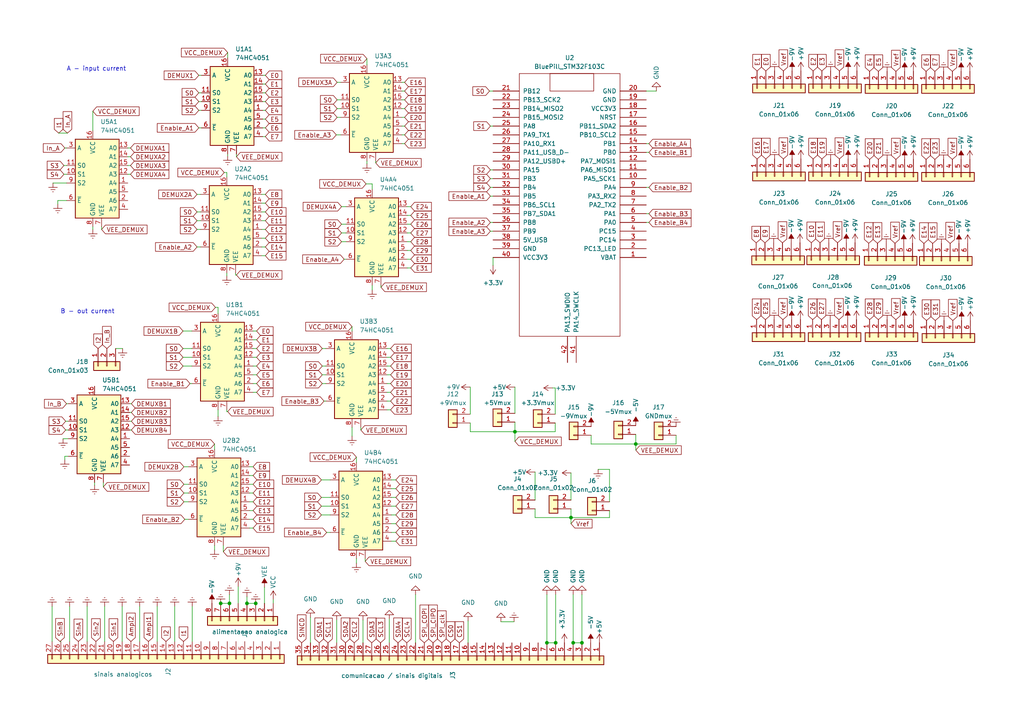
<source format=kicad_sch>
(kicad_sch (version 20230121) (generator eeschema)
  (paper "A4")
  (title_block (title "Barramento V04") (date "2024-02-05") (rev "v04") (company "EITduino") (comment 1 "Autor: Gustavo Pinheiro") (comment 2 "Barramento proposto para uma placa 90x100 mm") (comment 3 "Placa face dupla") (comment 4 "Pinos AGND e DGND") (comment 5 "capacitor 100nF ceramico") (comment 6 "capacitores uF tantalo"))
  (junction (at 66.548 175.006))
  (junction (at 64.008 175.006))
  (junction (at 149.352 125.222))
  (junction (at 74.168 175.006))
  (junction (at 158.623 186.436))
  (junction (at 165.608 150.114))
  (junction (at 166.243 186.436))
  (junction (at 168.783 186.436))
  (junction (at 161.163 186.436))
  (junction (at 184.404 128.778))
  (junction (at 71.628 175.006))
  (wire (pts (xy 119.126 70.104) (xy 118.11 70.104)))
  (wire (pts (xy 93.218 146.812) (xy 95.758 146.812)))
  (wire (pts (xy 74.422 113.792) (xy 73.406 113.792)))
  (wire (pts (xy 64.008 175.006) (xy 66.548 175.006)))
  (wire (pts (xy 114.808 156.972) (xy 113.538 156.972)))
  (wire (pts (xy 26.924 32.258) (xy 26.924 37.846)))
  (wire (pts (xy 142.24 51.816) (xy 143.002 51.816)))
  (wire (pts (xy 114.808 146.812) (xy 113.538 146.812)))
  (wire (pts (xy 15.113 175.895) (xy 15.113 186.055)))
  (wire (pts (xy 165.608 150.114) (xy 176.784 150.114)))
  (wire (pts (xy 102.108 94.742) (xy 102.108 96.012)))
  (wire (pts (xy 99.06 70.104) (xy 100.33 70.104)))
  (wire (pts (xy 68.58 45.466) (xy 68.58 44.704)))
  (wire (pts (xy 63.246 89.154) (xy 62.484 89.154)))
  (wire (pts (xy 74.422 98.552) (xy 73.406 98.552)))
  (wire (pts (xy 97.79 34.036) (xy 98.806 34.036)))
  (wire (pts (xy 19.05 122.174) (xy 19.812 122.174)))
  (wire (pts (xy 103.378 163.322) (xy 103.378 162.052)))
  (wire (pts (xy 57.658 32.004) (xy 58.42 32.004)))
  (wire (pts (xy 105.918 162.814) (xy 105.918 162.052)))
  (wire (pts (xy 145.288 180.34) (xy 149.098 180.34)))
  (wire (pts (xy 76.962 64.008) (xy 75.946 64.008)))
  (wire (pts (xy 74.422 101.092) (xy 73.406 101.092)))
  (wire (pts (xy 165.608 147.574) (xy 165.608 150.114)))
  (wire (pts (xy 53.34 145.542) (xy 54.61 145.542)))
  (wire (pts (xy 73.406 153.162) (xy 72.39 153.162)))
  (wire (pts (xy 18.796 42.926) (xy 19.304 42.926)))
  (wire (pts (xy 119.126 65.024) (xy 118.11 65.024)))
  (wire (pts (xy 149.352 125.222) (xy 149.352 128.016)))
  (wire (pts (xy 113.284 116.332) (xy 112.268 116.332)))
  (wire (pts (xy 38.1 117.094) (xy 37.592 117.094)))
  (wire (pts (xy 106.426 47.498) (xy 106.426 46.736)))
  (wire (pts (xy 57.658 21.844) (xy 58.42 21.844)))
  (wire (pts (xy 69.088 170.18) (xy 69.088 175.006)))
  (wire (pts (xy 25.273 175.895) (xy 25.273 186.055)))
  (wire (pts (xy 158.623 172.466) (xy 158.623 186.436)))
  (wire (pts (xy 114.808 154.432) (xy 113.538 154.432)))
  (wire (pts (xy 149.352 112.268) (xy 149.352 119.888)))
  (wire (pts (xy 26.924 66.548) (xy 26.924 65.786)))
  (wire (pts (xy 119.126 77.724) (xy 118.11 77.724)))
  (wire (pts (xy 113.284 113.792) (xy 112.268 113.792)))
  (wire (pts (xy 155.194 150.114) (xy 165.608 150.114)))
  (wire (pts (xy 57.15 71.628) (xy 58.166 71.628)))
  (wire (pts (xy 119.126 75.184) (xy 118.11 75.184)))
  (wire (pts (xy 97.536 39.116) (xy 98.806 39.116)))
  (wire (pts (xy 76.962 39.624) (xy 76.2 39.624)))
  (wire (pts (xy 99.822 75.184) (xy 100.33 75.184)))
  (wire (pts (xy 16.764 58.166) (xy 19.304 58.166)))
  (wire (pts (xy 97.663 179.832) (xy 97.663 186.436)))
  (wire (pts (xy 188.214 54.356) (xy 187.452 54.356)))
  (wire (pts (xy 93.472 106.172) (xy 94.488 106.172)))
  (wire (pts (xy 113.284 101.092) (xy 112.268 101.092)))
  (wire (pts (xy 161.036 122.682) (xy 161.036 125.222)))
  (wire (pts (xy 74.422 106.172) (xy 73.406 106.172)))
  (wire (pts (xy 17.018 38.608) (xy 19.558 38.608)))
  (wire (pts (xy 119.126 59.944) (xy 118.11 59.944)))
  (wire (pts (xy 136.398 112.268) (xy 136.398 120.142)))
  (wire (pts (xy 136.398 125.222) (xy 149.352 125.222)))
  (wire (pts (xy 72.39 145.542) (xy 73.406 145.542)))
  (wire (pts (xy 161.163 172.466) (xy 161.163 186.436)))
  (wire (pts (xy 107.95 54.864) (xy 107.95 53.34)))
  (wire (pts (xy 66.04 15.24) (xy 66.04 16.764)))
  (wire (pts (xy 71.6263 174.326) (xy 71.628 174.326)))
  (wire (pts (xy 20.193 175.895) (xy 20.193 186.055)))
  (wire (pts (xy 19.05 124.714) (xy 19.812 124.714)))
  (wire (pts (xy 184.404 128.778) (xy 184.404 130.556)))
  (wire (pts (xy 94.742 154.432) (xy 95.758 154.432)))
  (wire (pts (xy 76.962 74.168) (xy 75.946 74.168)))
  (wire (pts (xy 114.808 144.272) (xy 113.538 144.272)))
  (wire (pts (xy 116.586 26.416) (xy 117.348 26.416)))
  (wire (pts (xy 113.284 106.172) (xy 112.268 106.172)))
  (wire (pts (xy 188.214 41.656) (xy 187.452 41.656)))
  (wire (pts (xy 64.77 160.02) (xy 64.77 158.242)))
  (wire (pts (xy 50.673 175.895) (xy 50.673 186.055)))
  (wire (pts (xy 76.962 32.004) (xy 76.2 32.004)))
  (wire (pts (xy 15.367 53.086) (xy 19.304 53.086)))
  (wire (pts (xy 142.24 56.896) (xy 143.002 56.896)))
  (wire (pts (xy 65.786 50.038) (xy 65.024 50.038)))
  (wire (pts (xy 38.1 124.714) (xy 37.592 124.714)))
  (wire (pts (xy 53.34 140.462) (xy 54.61 140.462)))
  (wire (pts (xy 99.06 67.564) (xy 100.33 67.564)))
  (wire (pts (xy 53.086 103.632) (xy 55.626 103.632)))
  (wire (pts (xy 18.796 133.35) (xy 18.796 132.334)))
  (wire (pts (xy 71.6263 173.1146) (xy 71.6263 174.326)))
  (wire (pts (xy 113.284 118.872) (xy 112.268 118.872)))
  (wire (pts (xy 57.658 37.084) (xy 58.42 37.084)))
  (wire (pts (xy 119.126 67.564) (xy 118.11 67.564)))
  (wire (pts (xy 63.246 120.777) (xy 63.246 118.872)))
  (wire (pts (xy 76.962 71.628) (xy 75.946 71.628)))
  (wire (pts (xy 116.586 34.036) (xy 117.348 34.036)))
  (wire (pts (xy 73.406 135.382) (xy 72.39 135.382)))
  (wire (pts (xy 99.06 65.024) (xy 100.33 65.024)))
  (wire (pts (xy 184.404 128.778) (xy 184.404 125.984)))
  (wire (pts (xy 104.648 124.714) (xy 104.648 123.952)))
  (wire (pts (xy 53.594 150.622) (xy 54.61 150.622)))
  (wire (pts (xy 142.24 54.356) (xy 143.002 54.356)))
  (wire (pts (xy 66.548 172.466) (xy 66.548 175.006)))
  (wire (pts (xy 76.962 24.384) (xy 76.2 24.384)))
  (wire (pts (xy 18.288 127.254) (xy 19.812 127.254)))
  (wire (pts (xy 102.108 126.492) (xy 102.108 123.952)))
  (wire (pts (xy 62.23 159.512) (xy 62.23 158.242)))
  (wire (pts (xy 107.95 53.34) (xy 106.172 53.34)))
  (wire (pts (xy 66.04 119.38) (xy 65.786 119.38)))
  (wire (pts (xy 76.962 21.844) (xy 76.2 21.844)))
  (wire (pts (xy 108.966 47.244) (xy 108.966 46.736)))
  (wire (pts (xy 66.04 45.212) (xy 66.04 44.704)))
  (wire (pts (xy 97.79 28.956) (xy 98.806 28.956)))
  (wire (pts (xy 116.586 28.956) (xy 117.348 28.956)))
  (wire (pts (xy 142.24 67.056) (xy 143.002 67.056)))
  (wire (pts (xy 37.846 50.546) (xy 37.084 50.546)))
  (wire (pts (xy 37.846 42.926) (xy 37.084 42.926)))
  (wire (pts (xy 18.542 48.006) (xy 19.304 48.006)))
  (wire (pts (xy 114.808 141.732) (xy 113.538 141.732)))
  (wire (pts (xy 136.398 125.222) (xy 136.398 122.682)))
  (wire (pts (xy 119.126 72.644) (xy 118.11 72.644)))
  (wire (pts (xy 65.786 119.38) (xy 65.786 118.872)))
  (wire (pts (xy 155.194 136.906) (xy 155.194 145.034)))
  (wire (pts (xy 135.763 180.086) (xy 135.763 186.436)))
  (wire (pts (xy 176.784 136.144) (xy 176.784 145.542)))
  (wire (pts (xy 93.472 108.712) (xy 94.488 108.712)))
  (wire (pts (xy 38.1 119.634) (xy 37.592 119.634)))
  (wire (pts (xy 29.972 141.224) (xy 29.972 139.954)))
  (wire (pts (xy 55.753 175.895) (xy 55.753 186.055)))
  (wire (pts (xy 110.49 83.312) (xy 110.49 82.804)))
  (wire (pts (xy 29.464 66.548) (xy 29.464 65.786)))
  (wire (pts (xy 73.406 143.002) (xy 72.39 143.002)))
  (wire (pts (xy 53.086 101.092) (xy 55.626 101.092)))
  (wire (pts (xy 76.7082 170.3229) (xy 76.7082 175.006)))
  (wire (pts (xy 165.608 137.16) (xy 165.608 145.034)))
  (wire (pts (xy 119.126 62.484) (xy 118.11 62.484)))
  (wire (pts (xy 160.274 112.522) (xy 161.036 112.522)))
  (wire (pts (xy 73.406 150.622) (xy 72.39 150.622)))
  (wire (pts (xy 165.608 151.892) (xy 165.608 150.114)))
  (wire (pts (xy 62.23 128.778) (xy 62.23 130.302)))
  (wire (pts (xy 171.45 128.778) (xy 184.404 128.778)))
  (wire (pts (xy 57.658 26.924) (xy 58.42 26.924)))
  (wire (pts (xy 53.086 106.172) (xy 55.626 106.172)))
  (wire (pts (xy 76.962 34.544) (xy 76.2 34.544)))
  (wire (pts (xy 93.218 139.192) (xy 95.758 139.192)))
  (wire (pts (xy 99.06 59.944) (xy 100.33 59.944)))
  (wire (pts (xy 65.786 51.308) (xy 65.786 50.038)))
  (wire (pts (xy 184.404 128.778) (xy 196.088 128.778)))
  (wire (pts (xy 73.406 137.922) (xy 72.39 137.922)))
  (wire (pts (xy 76.7082 175.006) (xy 76.708 175.006)))
  (wire (pts (xy 166.243 186.436) (xy 168.783 186.436)))
  (wire (pts (xy 71.628 174.326) (xy 71.628 175.006)))
  (wire (pts (xy 97.79 31.496) (xy 98.806 31.496)))
  (wire (pts (xy 176.784 148.082) (xy 176.784 150.114)))
  (wire (pts (xy 55.118 111.252) (xy 55.626 111.252)))
  (wire (pts (xy 57.658 29.464) (xy 58.42 29.464)))
  (wire (pts (xy 93.218 144.272) (xy 95.758 144.272)))
  (wire (pts (xy 149.352 125.222) (xy 149.352 122.428)))
  (wire (pts (xy 57.15 64.008) (xy 58.166 64.008)))
  (wire (pts (xy 76.962 26.924) (xy 76.2 26.924)))
  (wire (pts (xy 35.433 175.895) (xy 35.433 186.055)))
  (wire (pts (xy 76.962 58.928) (xy 75.946 58.928)))
  (wire (pts (xy 57.15 56.388) (xy 58.166 56.388)))
  (wire (pts (xy 18.542 50.546) (xy 19.304 50.546)))
  (wire (pts (xy 113.284 111.252) (xy 112.268 111.252)))
  (wire (pts (xy 113.284 108.712) (xy 112.268 108.712)))
  (wire (pts (xy 106.426 17.018) (xy 106.426 18.796)))
  (wire (pts (xy 93.472 101.092) (xy 94.488 101.092)))
  (wire (pts (xy 107.95 84.074) (xy 107.95 82.804)))
  (wire (pts (xy 166.243 172.466) (xy 166.243 186.436)))
  (wire (pts (xy 105.283 179.832) (xy 105.283 186.436)))
  (wire (pts (xy 74.422 111.252) (xy 73.406 111.252)))
  (wire (pts (xy 97.79 23.876) (xy 98.806 23.876)))
  (wire (pts (xy 57.15 66.548) (xy 58.166 66.548)))
  (wire (pts (xy 155.194 147.574) (xy 155.194 150.114)))
  (wire (pts (xy 188.214 64.516) (xy 187.452 64.516)))
  (wire (pts (xy 73.406 148.082) (xy 72.39 148.082)))
  (wire (pts (xy 35.56 101.092) (xy 33.528 101.092)))
  (wire (pts (xy 116.586 23.876) (xy 117.348 23.876)))
  (wire (pts (xy 142.24 49.276) (xy 143.002 49.276)))
  (wire (pts (xy 173.482 136.144) (xy 176.784 136.144)))
  (wire (pts (xy 161.036 112.522) (xy 161.036 120.142)))
  (wire (pts (xy 114.808 151.892) (xy 113.538 151.892)))
  (wire (pts (xy 190.373 26.416) (xy 187.452 26.416)))
  (wire (pts (xy 27.432 140.716) (xy 27.432 139.954)))
  (wire (pts (xy 79.2492 173.899) (xy 79.2492 175.006)))
  (wire (pts (xy 74.422 108.712) (xy 73.406 108.712)))
  (wire (pts (xy 168.783 172.466) (xy 168.783 186.436)))
  (wire (pts (xy 79.248 175.006) (xy 79.2492 175.006)))
  (wire (pts (xy 141.986 26.416) (xy 143.002 26.416)))
  (wire (pts (xy 113.284 103.632) (xy 112.268 103.632)))
  (wire (pts (xy 76.962 69.088) (xy 75.946 69.088)))
  (wire (pts (xy 53.34 143.002) (xy 54.61 143.002)))
  (wire (pts (xy 158.623 186.436) (xy 161.163 186.436)))
  (wire (pts (xy 17.653 186.055) (xy 17.399 186.055)))
  (wire (pts (xy 53.086 96.012) (xy 55.626 96.012)))
  (wire (pts (xy 68.58 79.756) (xy 68.326 79.756)))
  (wire (pts (xy 76.962 66.548) (xy 75.946 66.548)))
  (wire (pts (xy 19.304 117.094) (xy 19.812 117.094)))
  (wire (pts (xy 38.1 122.174) (xy 37.592 122.174)))
  (wire (pts (xy 103.378 132.588) (xy 103.378 134.112)))
  (wire (pts (xy 93.472 111.252) (xy 94.488 111.252)))
  (wire (pts (xy 73.406 140.462) (xy 72.39 140.462)))
  (wire (pts (xy 53.34 135.382) (xy 54.61 135.382)))
  (wire (pts (xy 37.846 48.006) (xy 37.084 48.006)))
  (wire (pts (xy 188.214 61.976) (xy 187.452 61.976)))
  (wire (pts (xy 18.796 132.334) (xy 19.812 132.334)))
  (wire (pts (xy 57.15 61.468) (xy 58.166 61.468)))
  (wire (pts (xy 116.586 36.576) (xy 117.348 36.576)))
  (wire (pts (xy 76.962 29.464) (xy 76.2 29.464)))
  (wire (pts (xy 142.24 36.576) (xy 143.002 36.576)))
  (wire (pts (xy 93.218 149.352) (xy 95.758 149.352)))
  (wire (pts (xy 16.764 59.182) (xy 16.764 58.166)))
  (wire (pts (xy 171.45 128.778) (xy 171.45 126.238)))
  (wire (pts (xy 76.962 56.388) (xy 75.946 56.388)))
  (wire (pts (xy 37.846 45.466) (xy 37.084 45.466)))
  (wire (pts (xy 71.628 175.006) (xy 74.168 175.006)))
  (wire (pts (xy 74.422 96.012) (xy 73.406 96.012)))
  (wire (pts (xy 68.326 79.756) (xy 68.326 79.248)))
  (wire (pts (xy 90.043 179.07) (xy 90.043 186.436)))
  (wire (pts (xy 116.586 41.656) (xy 117.348 41.656)))
  (wire (pts (xy 143.002 76.962) (xy 143.002 74.676)))
  (wire (pts (xy 196.088 126.238) (xy 196.088 128.778)))
  (wire (pts (xy 65.786 79.248) (xy 65.786 80.01)))
  (wire (pts (xy 76.962 61.468) (xy 75.946 61.468)))
  (wire (pts (xy 116.586 39.116) (xy 117.348 39.116)))
  (wire (pts (xy 74.422 103.632) (xy 73.406 103.632)))
  (wire (pts (xy 40.513 175.895) (xy 40.513 186.055)))
  (wire (pts (xy 112.903 179.578) (xy 112.903 186.436)))
  (wire (pts (xy 149.352 125.222) (xy 161.036 125.222)))
  (wire (pts (xy 76.962 37.084) (xy 76.2 37.084)))
  (wire (pts (xy 30.353 175.895) (xy 30.353 186.055)))
  (wire (pts (xy 114.808 139.192) (xy 113.538 139.192)))
  (wire (pts (xy 116.586 31.496) (xy 117.348 31.496)))
  (wire (pts (xy 120.523 172.466) (xy 120.523 186.436)))
  (wire (pts (xy 114.808 149.352) (xy 113.538 149.352)))
  (wire (pts (xy 93.98 116.332) (xy 94.488 116.332)))
  (wire (pts (xy 45.593 175.895) (xy 45.593 186.055)))
  (wire (pts (xy 142.24 64.516) (xy 143.002 64.516)))
  (wire (pts (xy 63.246 90.932) (xy 63.246 89.154)))
  (wire (pts (xy 188.214 44.196) (xy 187.452 44.196)))
  (text "A - input current\n\n" (at 19.304 22.86 0) (effects (font (size 1.27 1.27)) (justify left bottom)))
  (text "B - out current\n\n" (at 17.526 93.218 0) (effects (font (size 1.27 1.27)) (justify left bottom)))
  (global_label "E10" (shape input) (at 76.962 61.468 0) (property "Intersheetrefs" "${INTERSHEET_REFS}" (effects hide)))
  (global_label "S0" (shape input) (at 97.79 28.956 180) (property "Intersheetrefs" "${INTERSHEET_REFS}" (effects hide)))
  (global_label "E8" (shape input) (at 219.329 70.4342 90) (property "Intersheetrefs" "${INTERSHEET_REFS}" (effects hide)))
  (global_label "VEE_DEMUX" (shape input) (at 184.404 130.556 0) (property "Intersheetrefs" "${INTERSHEET_REFS}" (effects hide)))
  (global_label "E16" (shape input) (at 117.348 23.876 0) (property "Intersheetrefs" "${INTERSHEET_REFS}" (effects hide)))
  (global_label "S2" (shape input) (at 57.15 66.548 180) (property "Intersheetrefs" "${INTERSHEET_REFS}" (effects hide)))
  (global_label "E21" (shape input) (at 254.762 46.228 90) (property "Intersheetrefs" "${INTERSHEET_REFS}" (effects hide)))
  (global_label "Vref" (shape input) (at 259.588 70.5612 90) (property "Intersheetrefs" "${INTERSHEET_REFS}" (effects hide)))
  (global_label "S4" (shape input) (at 142.24 54.356 180) (property "Intersheetrefs" "${INTERSHEET_REFS}" (effects hide)))
  (global_label "SPI_clk" (shape input) (at 128.143 186.436 90) (property "Intersheetrefs" "${INTERSHEET_REFS}" (effects hide)))
  (global_label "E11" (shape input) (at 73.406 143.002 0) (property "Intersheetrefs" "${INTERSHEET_REFS}" (effects hide)))
  (global_label "I1" (shape input) (at 53.213 186.055 90) (property "Intersheetrefs" "${INTERSHEET_REFS}" (effects hide)))
  (global_label "E2" (shape input) (at 235.839 20.574 90) (property "Intersheetrefs" "${INTERSHEET_REFS}" (effects hide)))
  (global_label "E20" (shape input) (at 117.348 34.036 0) (property "Intersheetrefs" "${INTERSHEET_REFS}" (effects hide)))
  (global_label "VEE_DEMUX" (shape input) (at 108.966 47.244 0) (property "Intersheetrefs" "${INTERSHEET_REFS}" (effects hide)))
  (global_label "S4" (shape input) (at 18.542 50.546 180) (property "Intersheetrefs" "${INTERSHEET_REFS}" (effects hide)))
  (global_label "DEMUXA3" (shape input) (at 37.846 48.006 0) (property "Intersheetrefs" "${INTERSHEET_REFS}" (effects hide)))
  (global_label "E18" (shape input) (at 113.284 106.172 0) (property "Intersheetrefs" "${INTERSHEET_REFS}" (effects hide)))
  (global_label "Enable_A1" (shape input) (at 57.658 37.084 180) (property "Intersheetrefs" "${INTERSHEET_REFS}" (effects hide)))
  (global_label "S0" (shape input) (at 53.34 140.462 180) (property "Intersheetrefs" "${INTERSHEET_REFS}" (effects hide)))
  (global_label "E15" (shape input) (at 73.406 153.162 0) (property "Intersheetrefs" "${INTERSHEET_REFS}" (effects hide)))
  (global_label "E17" (shape input) (at 117.348 26.416 0) (property "Intersheetrefs" "${INTERSHEET_REFS}" (effects hide)))
  (global_label "SDA3" (shape input) (at 107.823 186.436 90) (property "Intersheetrefs" "${INTERSHEET_REFS}" (effects hide)))
  (global_label "E19" (shape input) (at 113.284 108.712 0) (property "Intersheetrefs" "${INTERSHEET_REFS}" (effects hide)))
  (global_label "DEMUX1B" (shape input) (at 53.086 96.012 180) (property "Intersheetrefs" "${INTERSHEET_REFS}" (effects hide)))
  (global_label "Vref" (shape input) (at 165.608 151.892 0) (property "Intersheetrefs" "${INTERSHEET_REFS}" (effects hide)))
  (global_label "DEMUX4A" (shape input) (at 99.06 59.944 180) (property "Intersheetrefs" "${INTERSHEET_REFS}" (effects hide)))
  (global_label "Vref" (shape input) (at 243.459 20.574 90) (property "Intersheetrefs" "${INTERSHEET_REFS}" (effects hide)))
  (global_label "CS1" (shape input) (at 133.223 186.436 90) (property "Intersheetrefs" "${INTERSHEET_REFS}" (effects hide)))
  (global_label "E31" (shape input) (at 271.272 92.964 90) (property "Intersheetrefs" "${INTERSHEET_REFS}" (effects hide)))
  (global_label "SDA2" (shape input) (at 100.203 186.436 90) (property "Intersheetrefs" "${INTERSHEET_REFS}" (effects hide)))
  (global_label "S1" (shape input) (at 99.06 67.564 180) (property "Intersheetrefs" "${INTERSHEET_REFS}" (effects hide)))
  (global_label "DEMUX4B" (shape input) (at 93.218 139.192 180) (property "Intersheetrefs" "${INTERSHEET_REFS}" (effects hide)))
  (global_label "E27" (shape input) (at 119.126 67.564 0) (property "Intersheetrefs" "${INTERSHEET_REFS}" (effects hide)))
  (global_label "E1" (shape input) (at 219.583 20.574 90) (property "Intersheetrefs" "${INTERSHEET_REFS}" (effects hide)))
  (global_label "E7" (shape input) (at 74.422 113.792 0) (property "Intersheetrefs" "${INTERSHEET_REFS}" (effects hide)))
  (global_label "DEMUXA1" (shape input) (at 37.846 42.926 0) (property "Intersheetrefs" "${INTERSHEET_REFS}" (effects hide)))
  (global_label "E1" (shape input) (at 76.962 24.384 0) (property "Intersheetrefs" "${INTERSHEET_REFS}" (effects hide)))
  (global_label "DEMUXB2" (shape input) (at 38.1 119.634 0) (property "Intersheetrefs" "${INTERSHEET_REFS}" (effects hide)))
  (global_label "Ampl1" (shape input) (at 43.053 186.055 90) (property "Intersheetrefs" "${INTERSHEET_REFS}" (effects hide)))
  (global_label "E9" (shape input) (at 221.869 70.4342 90) (property "Intersheetrefs" "${INTERSHEET_REFS}" (effects hide)))
  (global_label "S1" (shape input) (at 57.658 29.464 180) (property "Intersheetrefs" "${INTERSHEET_REFS}" (effects hide)))
  (global_label "SDA1" (shape input) (at 92.583 186.436 90) (property "Intersheetrefs" "${INTERSHEET_REFS}" (effects hide)))
  (global_label "S1" (shape input) (at 57.15 64.008 180) (property "Intersheetrefs" "${INTERSHEET_REFS}" (effects hide)))
  (global_label "VCC_DEMUX" (shape input) (at 149.352 128.016 0) (property "Intersheetrefs" "${INTERSHEET_REFS}" (effects hide)))
  (global_label "Enable_B2" (shape input) (at 53.594 150.622 180) (property "Intersheetrefs" "${INTERSHEET_REFS}" (effects hide)))
  (global_label "VCC_DEMUX" (shape input) (at 62.484 89.154 180) (property "Intersheetrefs" "${INTERSHEET_REFS}" (effects hide)))
  (global_label "E21" (shape input) (at 117.348 36.576 0) (property "Intersheetrefs" "${INTERSHEET_REFS}" (effects hide)))
  (global_label "S0" (shape input) (at 57.15 61.468 180) (property "Intersheetrefs" "${INTERSHEET_REFS}" (effects hide)))
  (global_label "Vref" (shape input) (at 227.203 46.101 90) (property "Intersheetrefs" "${INTERSHEET_REFS}" (effects hide)))
  (global_label "DEMUXB1" (shape input) (at 38.1 117.094 0) (property "Intersheetrefs" "${INTERSHEET_REFS}" (effects hide)))
  (global_label "S0" (shape input) (at 57.658 26.924 180) (property "Intersheetrefs" "${INTERSHEET_REFS}" (effects hide)))
  (global_label "VCC_DEMUX" (shape input) (at 65.024 50.038 180) (property "Intersheetrefs" "${INTERSHEET_REFS}" (effects hide)))
  (global_label "S2" (shape input) (at 57.658 32.004 180) (property "Intersheetrefs" "${INTERSHEET_REFS}" (effects hide)))
  (global_label "E0" (shape input) (at 76.962 21.844 0) (property "Intersheetrefs" "${INTERSHEET_REFS}" (effects hide)))
  (global_label "S3" (shape input) (at 142.24 51.816 180) (property "Intersheetrefs" "${INTERSHEET_REFS}" (effects hide)))
  (global_label "E2" (shape input) (at 74.422 101.092 0) (property "Intersheetrefs" "${INTERSHEET_REFS}" (effects hide)))
  (global_label "E15" (shape input) (at 76.962 74.168 0) (property "Intersheetrefs" "${INTERSHEET_REFS}" (effects hide)))
  (global_label "VCC_DEMUX" (shape input) (at 103.378 132.588 180) (property "Intersheetrefs" "${INTERSHEET_REFS}" (effects hide)))
  (global_label "E11" (shape input) (at 76.962 64.008 0) (property "Intersheetrefs" "${INTERSHEET_REFS}" (effects hide)))
  (global_label "VCC_DEMUX" (shape input) (at 102.108 94.742 180) (property "Intersheetrefs" "${INTERSHEET_REFS}" (effects hide)))
  (global_label "E13" (shape input) (at 73.406 148.082 0) (property "Intersheetrefs" "${INTERSHEET_REFS}" (effects hide)))
  (global_label "E4" (shape input) (at 76.962 32.004 0) (property "Intersheetrefs" "${INTERSHEET_REFS}" (effects hide)))
  (global_label "DEMUXA2" (shape input) (at 37.846 45.466 0) (property "Intersheetrefs" "${INTERSHEET_REFS}" (effects hide)))
  (global_label "Vref" (shape input) (at 276.225 20.701 90) (property "Intersheetrefs" "${INTERSHEET_REFS}" (effects hide)))
  (global_label "Vref" (shape input) (at 242.9256 70.4088 90) (property "Intersheetrefs" "${INTERSHEET_REFS}" (effects hide)))
  (global_label "E7" (shape input) (at 271.145 20.701 90) (property "Intersheetrefs" "${INTERSHEET_REFS}" (effects hide)))
  (global_label "S0" (shape input) (at 53.086 101.092 180) (property "Intersheetrefs" "${INTERSHEET_REFS}" (effects hide)))
  (global_label "E4" (shape input) (at 252.222 20.701 90) (property "Intersheetrefs" "${INTERSHEET_REFS}" (effects hide)))
  (global_label "E6" (shape input) (at 76.962 37.084 0) (property "Intersheetrefs" "${INTERSHEET_REFS}" (effects hide)))
  (global_label "E25" (shape input) (at 114.808 141.732 0) (property "Intersheetrefs" "${INTERSHEET_REFS}" (effects hide)))
  (global_label "E5" (shape input) (at 74.422 108.712 0) (property "Intersheetrefs" "${INTERSHEET_REFS}" (effects hide)))
  (global_label "E24" (shape input) (at 119.126 59.944 0) (property "Intersheetrefs" "${INTERSHEET_REFS}" (effects hide)))
  (global_label "E5" (shape input) (at 254.762 20.701 90) (property "Intersheetrefs" "${INTERSHEET_REFS}" (effects hide)))
  (global_label "E19" (shape input) (at 238.379 46.101 90) (property "Intersheetrefs" "${INTERSHEET_REFS}" (effects hide)))
  (global_label "E29" (shape input) (at 119.126 72.644 0) (property "Intersheetrefs" "${INTERSHEET_REFS}" (effects hide)))
  (global_label "Ampl2" (shape input) (at 37.973 186.055 90) (property "Intersheetrefs" "${INTERSHEET_REFS}" (effects hide)))
  (global_label "In_A" (shape input) (at 18.796 42.926 180) (property "Intersheetrefs" "${INTERSHEET_REFS}" (effects hide)))
  (global_label "Enable_A4" (shape input) (at 188.214 41.656 0) (property "Intersheetrefs" "${INTERSHEET_REFS}" (effects hide)))
  (global_label "Vref" (shape input) (at 275.59 70.612 90) (property "Intersheetrefs" "${INTERSHEET_REFS}" (effects hide)))
  (global_label "S1" (shape input) (at 53.34 143.002 180) (property "Intersheetrefs" "${INTERSHEET_REFS}" (effects hide)))
  (global_label "VEE_DEMUX" (shape input) (at 68.58 45.466 0) (property "Intersheetrefs" "${INTERSHEET_REFS}" (effects hide)))
  (global_label "E21" (shape input) (at 113.284 113.792 0) (property "Intersheetrefs" "${INTERSHEET_REFS}" (effects hide)))
  (global_label "E17" (shape input) (at 222.123 46.101 90) (property "Intersheetrefs" "${INTERSHEET_REFS}" (effects hide)))
  (global_label "S2" (shape input) (at 99.06 70.104 180) (property "Intersheetrefs" "${INTERSHEET_REFS}" (effects hide)))
  (global_label "E22" (shape input) (at 268.605 46.228 90) (property "Intersheetrefs" "${INTERSHEET_REFS}" (effects hide)))
  (global_label "DEMUXA4" (shape input) (at 37.846 50.546 0) (property "Intersheetrefs" "${INTERSHEET_REFS}" (effects hide)))
  (global_label "Enable_A3" (shape input) (at 142.24 67.056 180) (property "Intersheetrefs" "${INTERSHEET_REFS}" (effects hide)))
  (global_label "VCC_DEMUX" (shape input) (at 66.04 15.24 180) (property "Intersheetrefs" "${INTERSHEET_REFS}" (effects hide)))
  (global_label "E25" (shape input) (at 221.996 92.71 90) (property "Intersheetrefs" "${INTERSHEET_REFS}" (effects hide)))
  (global_label "E17" (shape input) (at 113.284 103.632 0) (property "Intersheetrefs" "${INTERSHEET_REFS}" (effects hide)))
  (global_label "E29" (shape input) (at 254.762 92.71 90) (property "Intersheetrefs" "${INTERSHEET_REFS}" (effects hide)))
  (global_label "S1" (shape input) (at 93.218 146.812 180) (property "Intersheetrefs" "${INTERSHEET_REFS}" (effects hide)))
  (global_label "E3" (shape input) (at 238.379 20.574 90) (property "Intersheetrefs" "${INTERSHEET_REFS}" (effects hide)))
  (global_label "Enable_A2" (shape input) (at 142.24 64.516 180) (property "Intersheetrefs" "${INTERSHEET_REFS}" (effects hide)))
  (global_label "E14" (shape input) (at 73.406 150.622 0) (property "Intersheetrefs" "${INTERSHEET_REFS}" (effects hide)))
  (global_label "Vref" (shape input) (at 227.203 20.574 90) (property "Intersheetrefs" "${INTERSHEET_REFS}" (effects hide)))
  (global_label "E27" (shape input) (at 114.808 146.812 0) (property "Intersheetrefs" "${INTERSHEET_REFS}" (effects hide)))
  (global_label "SCL2" (shape input) (at 102.743 186.436 90) (property "Intersheetrefs" "${INTERSHEET_REFS}" (effects hide)))
  (global_label "E26" (shape input) (at 114.808 144.272 0) (property "Intersheetrefs" "${INTERSHEET_REFS}" (effects hide)))
  (global_label "E7" (shape input) (at 76.962 39.624 0) (property "Intersheetrefs" "${INTERSHEET_REFS}" (effects hide)))
  (global_label "E14" (shape input) (at 267.97 70.612 90) (property "Intersheetrefs" "${INTERSHEET_REFS}" (effects hide)))
  (global_label "SCL3" (shape input) (at 110.363 186.436 90) (property "Intersheetrefs" "${INTERSHEET_REFS}" (effects hide)))
  (global_label "E18" (shape input) (at 117.348 28.956 0) (property "Intersheetrefs" "${INTERSHEET_REFS}" (effects hide)))
  (global_label "E24" (shape input) (at 219.456 92.71 90) (property "Intersheetrefs" "${INTERSHEET_REFS}" (effects hide)))
  (global_label "Sin2" (shape input) (at 27.813 186.055 90) (property "Intersheetrefs" "${INTERSHEET_REFS}" (effects hide)))
  (global_label "S1" (shape input) (at 97.79 31.496 180) (property "Intersheetrefs" "${INTERSHEET_REFS}" (effects hide)))
  (global_label "VEE_DEMUX" (shape input) (at 64.77 160.02 0) (property "Intersheetrefs" "${INTERSHEET_REFS}" (effects hide)))
  (global_label "Vref" (shape input) (at 259.842 20.701 90) (property "Intersheetrefs" "${INTERSHEET_REFS}" (effects hide)))
  (global_label "DEMUXB3" (shape input) (at 38.1 122.174 0) (property "Intersheetrefs" "${INTERSHEET_REFS}" (effects hide)))
  (global_label "E10" (shape input) (at 235.3056 70.4088 90) (property "Intersheetrefs" "${INTERSHEET_REFS}" (effects hide)))
  (global_label "E2" (shape input) (at 76.962 26.924 0) (property "Intersheetrefs" "${INTERSHEET_REFS}" (effects hide)))
  (global_label "S0" (shape input) (at 99.06 65.024 180) (property "Intersheetrefs" "${INTERSHEET_REFS}" (effects hide)))
  (global_label "E23" (shape input) (at 113.284 118.872 0) (property "Intersheetrefs" "${INTERSHEET_REFS}" (effects hide)))
  (global_label "DEMUX1" (shape input) (at 57.658 21.844 180) (property "Intersheetrefs" "${INTERSHEET_REFS}" (effects hide)))
  (global_label "SCL4" (shape input) (at 117.983 186.436 90) (property "Intersheetrefs" "${INTERSHEET_REFS}" (effects hide)))
  (global_label "Vref" (shape input) (at 227.076 92.71 90) (property "Intersheetrefs" "${INTERSHEET_REFS}" (effects hide)))
  (global_label "E12" (shape input) (at 251.968 70.5612 90) (property "Intersheetrefs" "${INTERSHEET_REFS}" (effects hide)))
  (global_label "E16" (shape input) (at 113.284 101.092 0) (property "Intersheetrefs" "${INTERSHEET_REFS}" (effects hide)))
  (global_label "E24" (shape input) (at 114.808 139.192 0) (property "Intersheetrefs" "${INTERSHEET_REFS}" (effects hide)))
  (global_label "SPI_CIPO" (shape input) (at 125.603 186.436 90) (property "Intersheetrefs" "${INTERSHEET_REFS}" (effects hide)))
  (global_label "DEMUX2B" (shape input) (at 53.34 135.382 180) (property "Intersheetrefs" "${INTERSHEET_REFS}" (effects hide)))
  (global_label "E20" (shape input) (at 252.222 46.228 90) (property "Intersheetrefs" "${INTERSHEET_REFS}" (effects hide)))
  (global_label "Vref" (shape input) (at 276.352 92.964 90) (property "Intersheetrefs" "${INTERSHEET_REFS}" (effects hide)))
  (global_label "VEE_DEMUX" (shape input) (at 110.49 83.312 0) (property "Intersheetrefs" "${INTERSHEET_REFS}" (effects hide)))
  (global_label "E12" (shape input) (at 73.406 145.542 0) (property "Intersheetrefs" "${INTERSHEET_REFS}" (effects hide)))
  (global_label "SinA" (shape input) (at 22.733 186.055 90) (property "Intersheetrefs" "${INTERSHEET_REFS}" (effects hide)))
  (global_label "Enable_A2" (shape input) (at 57.15 71.628 180) (property "Intersheetrefs" "${INTERSHEET_REFS}" (effects hide)))
  (global_label "E28" (shape input) (at 119.126 70.104 0) (property "Intersheetrefs" "${INTERSHEET_REFS}" (effects hide)))
  (global_label "VEE_DEMUX" (shape input) (at 68.58 79.756 0) (property "Intersheetrefs" "${INTERSHEET_REFS}" (effects hide)))
  (global_label "SINCD" (shape input) (at 87.503 186.436 90) (property "Intersheetrefs" "${INTERSHEET_REFS}" (effects hide)))
  (global_label "E30" (shape input) (at 114.808 154.432 0) (property "Intersheetrefs" "${INTERSHEET_REFS}" (effects hide)))
  (global_label "E0" (shape input) (at 222.123 20.574 90) (property "Intersheetrefs" "${INTERSHEET_REFS}" (effects hide)))
  (global_label "E22" (shape input) (at 113.284 116.332 0) (property "Intersheetrefs" "${INTERSHEET_REFS}" (effects hide)))
  (global_label "E15" (shape input) (at 270.51 70.612 90) (property "Intersheetrefs" "${INTERSHEET_REFS}" (effects hide)))
  (global_label "I2" (shape input) (at 28.448 101.092 90) (property "Intersheetrefs" "${INTERSHEET_REFS}" (effects hide)))
  (global_label "S0" (shape input) (at 93.218 144.272 180) (property "Intersheetrefs" "${INTERSHEET_REFS}" (effects hide)))
  (global_label "Enable_A1" (shape input) (at 142.24 56.896 180) (property "Intersheetrefs" "${INTERSHEET_REFS}" (effects hide)))
  (global_label "S3" (shape input) (at 18.542 48.006 180) (property "Intersheetrefs" "${INTERSHEET_REFS}" (effects hide)))
  (global_label "E22" (shape input) (at 117.348 39.116 0) (property "Intersheetrefs" "${INTERSHEET_REFS}" (effects hide)))
  (global_label "In_B" (shape input) (at 19.304 117.094 180) (property "Intersheetrefs" "${INTERSHEET_REFS}" (effects hide)))
  (global_label "Enable_B2" (shape input) (at 188.214 54.356 0) (property "Intersheetrefs" "${INTERSHEET_REFS}" (effects hide)))
  (global_label "DEMUX3A" (shape input) (at 97.79 23.876 180) (property "Intersheetrefs" "${INTERSHEET_REFS}" (effects hide)))
  (global_label "S4" (shape input) (at 19.05 124.714 180) (property "Intersheetrefs" "${INTERSHEET_REFS}" (effects hide)))
  (global_label "VCC_DEMUX" (shape input) (at 26.924 32.258 0) (property "Intersheetrefs" "${INTERSHEET_REFS}" (effects hide)))
  (global_label "I2" (shape input) (at 48.133 186.055 90) (property "Intersheetrefs" "${INTERSHEET_REFS}" (effects hide)))
  (global_label "Vref" (shape input) (at 259.842 92.71 90) (property "Intersheetrefs" "${INTERSHEET_REFS}" (effects hide)))
  (global_label "DEMUXB4" (shape input) (at 38.1 124.714 0) (property "Intersheetrefs" "${INTERSHEET_REFS}" (effects hide)))
  (global_label "E26" (shape input) (at 119.126 65.024 0) (property "Intersheetrefs" "${INTERSHEET_REFS}" (effects hide)))
  (global_label "E6" (shape input) (at 74.422 111.252 0) (property "Intersheetrefs" "${INTERSHEET_REFS}" (effects hide)))
  (global_label "VCC_DEMUX" (shape input) (at 106.426 17.018 180) (property "Intersheetrefs" "${INTERSHEET_REFS}" (effects hide)))
  (global_label "S0" (shape input) (at 93.472 106.172 180) (property "Intersheetrefs" "${INTERSHEET_REFS}" (effects hide)))
  (global_label "E19" (shape input) (at 117.348 31.496 0) (property "Intersheetrefs" "${INTERSHEET_REFS}" (effects hide)))
  (global_label "Enable_B3" (shape input) (at 188.214 61.976 0) (property "Intersheetrefs" "${INTERSHEET_REFS}" (effects hide)))
  (global_label "S2" (shape input) (at 93.218 149.352 180) (property "Intersheetrefs" "${INTERSHEET_REFS}" (effects hide)))
  (global_label "Vref" (shape input) (at 226.949 70.4342 90) (property "Intersheetrefs" "${INTERSHEET_REFS}" (effects hide)))
  (global_label "VEE_DEMUX" (shape input) (at 66.04 119.38 0) (property "Intersheetrefs" "${INTERSHEET_REFS}" (effects hide)))
  (global_label "Enable_B3" (shape input) (at 93.98 116.332 180) (property "Intersheetrefs" "${INTERSHEET_REFS}" (effects hide)))
  (global_label "S3" (shape input) (at 19.05 122.174 180) (property "Intersheetrefs" "${INTERSHEET_REFS}" (effects hide)))
  (global_label "E16" (shape input) (at 219.583 46.101 90) (property "Intersheetrefs" "${INTERSHEET_REFS}" (effects hide)))
  (global_label "Enable_A4" (shape input) (at 99.822 75.184 180) (property "Intersheetrefs" "${INTERSHEET_REFS}" (effects hide)))
  (global_label "CS0" (shape input) (at 130.683 186.436 90) (property "Intersheetrefs" "${INTERSHEET_REFS}" (effects hide)))
  (global_label "S1" (shape input) (at 142.24 36.576 180) (property "Intersheetrefs" "${INTERSHEET_REFS}" (effects hide)))
  (global_label "E14" (shape input) (at 76.962 71.628 0) (property "Intersheetrefs" "${INTERSHEET_REFS}" (effects hide)))
  (global_label "VCC_DEMUX" (shape input) (at 106.172 53.34 180) (property "Intersheetrefs" "${INTERSHEET_REFS}" (effects hide)))
  (global_label "E28" (shape input) (at 252.222 92.71 90) (property "Intersheetrefs" "${INTERSHEET_REFS}" (effects hide)))
  (global_label "In_A" (shape input) (at 19.558 38.608 90) (property "Intersheetrefs" "${INTERSHEET_REFS}" (effects hide)))
  (global_label "In_B" (shape input) (at 30.988 101.092 90) (property "Intersheetrefs" "${INTERSHEET_REFS}" (effects hide)))
  (global_label "I1" (shape input) (at 17.018 38.608 90) (property "Intersheetrefs" "${INTERSHEET_REFS}" (effects hide)))
  (global_label "VCC_DEMUX" (shape input) (at 62.23 128.778 180) (property "Intersheetrefs" "${INTERSHEET_REFS}" (effects hide)))
  (global_label "SinB" (shape input) (at 17.399 186.055 90) (property "Intersheetrefs" "${INTERSHEET_REFS}" (effects hide)))
  (global_label "VEE_DEMUX" (shape input) (at 29.464 66.548 0) (property "Intersheetrefs" "${INTERSHEET_REFS}" (effects hide)))
  (global_label "S2" (shape input) (at 53.086 106.172 180) (property "Intersheetrefs" "${INTERSHEET_REFS}" (effects hide)))
  (global_label "E25" (shape input) (at 119.126 62.484 0) (property "Intersheetrefs" "${INTERSHEET_REFS}" (effects hide)))
  (global_label "Sin1" (shape input) (at 32.893 186.055 90) (property "Intersheetrefs" "${INTERSHEET_REFS}" (effects hide)))
  (global_label "Enable_B1" (shape input) (at 55.118 111.252 180) (property "Intersheetrefs" "${INTERSHEET_REFS}" (effects hide)))
  (global_label "E9" (shape input) (at 76.962 58.928 0) (property "Intersheetrefs" "${INTERSHEET_REFS}" (effects hide)))
  (global_label "DEMUX3B" (shape input) (at 93.472 101.092 180) (property "Intersheetrefs" "${INTERSHEET_REFS}" (effects hide)))
  (global_label "Enable_B1" (shape input) (at 188.214 44.196 0) (property "Intersheetrefs" "${INTERSHEET_REFS}" (effects hide)))
  (global_label "E13" (shape input) (at 76.962 69.088 0) (property "Intersheetrefs" "${INTERSHEET_REFS}" (effects hide)))
  (global_label "E12" (shape input) (at 76.962 66.548 0) (property "Intersheetrefs" "${INTERSHEET_REFS}" (effects hide)))
  (global_label "SCL1" (shape input) (at 95.123 186.436 90) (property "Intersheetrefs" "${INTERSHEET_REFS}" (effects hide)))
  (global_label "Vref" (shape input) (at 276.225 46.228 90) (property "Intersheetrefs" "${INTERSHEET_REFS}" (effects hide)))
  (global_label "S2" (shape input) (at 142.24 49.276 180) (property "Intersheetrefs" "${INTERSHEET_REFS}" (effects hide)))
  (global_label "VEE_DEMUX" (shape input) (at 104.648 124.714 0) (property "Intersheetrefs" "${INTERSHEET_REFS}" (effects hide)))
  (global_label "E26" (shape input) (at 235.712 92.71 90) (property "Intersheetrefs" "${INTERSHEET_REFS}" (effects hide)))
  (global_label "E3" (shape input) (at 76.962 29.464 0) (property "Intersheetrefs" "${INTERSHEET_REFS}" (effects hide)))
  (global_label "Enable_B4" (shape input) (at 188.214 64.516 0) (property "Intersheetrefs" "${INTERSHEET_REFS}" (effects hide)))
  (global_label "DEMUX2A" (shape input) (at 57.15 56.388 180) (property "Intersheetrefs" "${INTERSHEET_REFS}" (effects hide)))
  (global_label "S1" (shape input) (at 53.086 103.632 180) (property "Intersheetrefs" "${INTERSHEET_REFS}" (effects hide)))
  (global_label "E5" (shape input) (at 76.962 34.544 0) (property "Intersheetrefs" "${INTERSHEET_REFS}" (effects hide)))
  (global_label "Enable_B4" (shape input) (at 94.742 154.432 180) (property "Intersheetrefs" "${INTERSHEET_REFS}" (effects hide)))
  (global_label "E3" (shape input) (at 74.422 103.632 0) (property "Intersheetrefs" "${INTERSHEET_REFS}" (effects hide)))
  (global_label "Enable_A3" (shape input) (at 97.536 39.116 180) (property "Intersheetrefs" "${INTERSHEET_REFS}" (effects hide)))
  (global_label "VEE_DEMUX" (shape input) (at 105.918 162.814 0) (property "Intersheetrefs" "${INTERSHEET_REFS}" (effects hide)))
  (global_label "E10" (shape input) (at 73.406 140.462 0) (property "Intersheetrefs" "${INTERSHEET_REFS}" (effects hide)))
  (global_label "SPI_COPI" (shape input) (at 123.063 186.436 90) (property "Intersheetrefs" "${INTERSHEET_REFS}" (effects hide)))
  (global_label "E13" (shape input) (at 254.508 70.5612 90) (property "Intersheetrefs" "${INTERSHEET_REFS}" (effects hide)))
  (global_label "E27" (shape input) (at 238.252 92.71 90) (property "Intersheetrefs" "${INTERSHEET_REFS}" (effects hide)))
  (global_label "E8" (shape input) (at 76.962 56.388 0) (property "Intersheetrefs" "${INTERSHEET_REFS}" (effects hide)))
  (global_label "E23" (shape input) (at 117.348 41.656 0) (property "Intersheetrefs" "${INTERSHEET_REFS}" (effects hide)))
  (global_label "VEE_DEMUX" (shape input) (at 29.972 141.224 0) (property "Intersheetrefs" "${INTERSHEET_REFS}" (effects hide)))
  (global_label "SDA4" (shape input) (at 115.443 186.436 90) (property "Intersheetrefs" "${INTERSHEET_REFS}" (effects hide)))
  (global_label "E29" (shape input) (at 114.808 151.892 0) (property "Intersheetrefs" "${INTERSHEET_REFS}" (effects hide)))
  (global_label "E4" (shape input) (at 74.422 106.172 0) (property "Intersheetrefs" "${INTERSHEET_REFS}" (effects hide)))
  (global_label "S0" (shape input) (at 141.986 26.416 180) (property "Intersheetrefs" "${INTERSHEET_REFS}" (effects hide)))
  (global_label "E30" (shape input) (at 119.126 75.184 0) (property "Intersheetrefs" "${INTERSHEET_REFS}" (effects hide)))
  (global_label "Vref" (shape input) (at 243.332 92.71 90) (property "Intersheetrefs" "${INTERSHEET_REFS}" (effects hide)))
  (global_label "E31" (shape input) (at 119.126 77.724 0) (property "Intersheetrefs" "${INTERSHEET_REFS}" (effects hide)))
  (global_label "S1" (shape input) (at 93.472 108.712 180) (property "Intersheetrefs" "${INTERSHEET_REFS}" (effects hide)))
  (global_label "E6" (shape input) (at 268.605 20.701 90) (property "Intersheetrefs" "${INTERSHEET_REFS}" (effects hide)))
  (global_label "E28" (shape input) (at 114.808 149.352 0) (property "Intersheetrefs" "${INTERSHEET_REFS}" (effects hide)))
  (global_label "E20" (shape input) (at 113.284 111.252 0) (property "Intersheetrefs" "${INTERSHEET_REFS}" (effects hide)))
  (global_label "S2" (shape input) (at 97.79 34.036 180) (property "Intersheetrefs" "${INTERSHEET_REFS}" (effects hide)))
  (global_label "E8" (shape input) (at 73.406 135.382 0) (property "Intersheetrefs" "${INTERSHEET_REFS}" (effects hide)))
  (global_label "Vref" (shape input) (at 259.842 46.228 90) (property "Intersheetrefs" "${INTERSHEET_REFS}" (effects hide)))
  (global_label "S2" (shape input) (at 93.472 111.252 180) (property "Intersheetrefs" "${INTERSHEET_REFS}" (effects hide)))
  (global_label "Vref" (shape input) (at 243.459 46.101 90) (property "Intersheetrefs" "${INTERSHEET_REFS}" (effects hide)))
  (global_label "E9" (shape input) (at 73.406 137.922 0) (property "Intersheetrefs" "${INTERSHEET_REFS}" (effects hide)))
  (global_label "E18" (shape input) (at 235.839 46.101 90) (property "Intersheetrefs" "${INTERSHEET_REFS}" (effects hide)))
  (global_label "E1" (shape input) (at 74.422 98.552 0) (property "Intersheetrefs" "${INTERSHEET_REFS}" (effects hide)))
  (global_label "E0" (shape input) (at 74.422 96.012 0) (property "Intersheetrefs" "${INTERSHEET_REFS}" (effects hide)))
  (global_label "E23" (shape input) (at 271.145 46.228 90) (property "Intersheetrefs" "${INTERSHEET_REFS}" (effects hide)))
  (global_label "S2" (shape input) (at 53.34 145.542 180) (property "Intersheetrefs" "${INTERSHEET_REFS}" (effects hide)))
  (global_label "E31" (shape input) (at 114.808 156.972 0) (property "Intersheetrefs" "${INTERSHEET_REFS}" (effects hide)))
  (global_label "E11" (shape input) (at 237.8456 70.4088 90) (property "Intersheetrefs" "${INTERSHEET_REFS}" (effects hide)))
  (global_label "E30" (shape input) (at 268.732 92.964 90) (property "Intersheetrefs" "${INTERSHEET_REFS}" (effects hide)))
  (symbol (lib_id "power:Earth") (at 224.536 92.71 180) (unit 1)
    (property "Reference" "#PWR092" (effects hide))
    (property "Value" "Earth" (effects hide))
  )
  (symbol (lib_id "power:+9V") (at 248.539 46.101 0) (unit 1)
    (property "Reference" "#PWR073" (effects hide))
    (property "Value" "+9V" (at 248.5733 43.1446 90) (effects (justify left)))
  )
  (symbol (lib_id "power:Earth") (at 224.409 70.4342 180) (unit 1)
    (property "Reference" "#PWR080" (effects hide))
    (property "Value" "Earth" (effects hide))
  )
  (symbol (lib_id "power:+9V") (at 264.668 70.5612 0) (unit 1)
    (property "Reference" "#PWR088" (effects hide))
    (property "Value" "+9V" (at 264.7023 67.6048 90) (effects (justify left)))
  )
  (symbol (lib_id "power:-9V") (at 229.743 20.574 0) (unit 1)
    (property "Reference" "#PWR056" (effects hide))
    (property "Value" "-9V" (at 229.7092 17.8287 90) (effects (justify left)))
  )
  (symbol (lib_id "power:+5V") (at 149.352 112.268 90) (unit 1)
    (property "Reference" "#PWR049" (effects hide))
    (property "Value" "+5V" (at 146.8035 112.3221 90) (effects (justify left)))
  )
  (symbol (lib_id "power:-9V") (at 245.999 20.574 0) (unit 1)
    (property "Reference" "#PWR060" (effects hide))
    (property "Value" "-9V" (at 245.9652 17.8287 90) (effects (justify left)))
  )
  (symbol (lib_id "Connector_Generic:Conn_01x06") (at 224.663 51.181 90) (mirror x) (unit 1)
    (property "Reference" "J23" (at 225.933 56.134 90))
    (property "Value" "Conn_01x06" (at 225.933 58.674 90))
    (property "Footprint" "Connector_PinHeader_2.54mm:PinHeader_1x06_P2.54mm_Horizontal" (effects hide))
  )
  (symbol (lib_id "power:GND") (at 168.783 172.466 180) (unit 1)
    (property "Reference" "#PWR015" (effects hide))
    (property "Value" "GND" (at 168.783 167.132 90))
  )
  (symbol (lib_id "power:-9V") (at 262.382 46.228 0) (unit 1)
    (property "Reference" "#PWR075" (effects hide))
    (property "Value" "-9V" (at 262.3482 43.4827 90) (effects (justify left)))
  )
  (symbol (lib_id "power:-9V") (at 245.4656 70.4088 0) (unit 1)
    (property "Reference" "#PWR084" (effects hide))
    (property "Value" "-9V" (at 245.4318 67.6635 90) (effects (justify left)))
  )
  (symbol (lib_id "power:Earth") (at 35.433 175.895 180) (unit 1)
    (property "Reference" "#PWR07" (effects hide))
    (property "Value" "Earth" (effects hide))
  )
  (symbol (lib_id "power:Earth") (at 50.673 175.895 180) (unit 1)
    (property "Reference" "#PWR027" (effects hide))
    (property "Value" "Earth" (effects hide))
  )
  (symbol (lib_id "power:+3.3V") (at 163.703 186.436 0) (unit 1)
    (property "Reference" "#PWR0130" (effects hide))
    (property "Value" "+3.3V" (at 163.068 182.626 90) (effects (justify left)))
  )
  (symbol (lib_id "power:-9V") (at 278.13 70.612 0) (unit 1)
    (property "Reference" "#PWR090" (effects hide))
    (property "Value" "-9V" (at 278.0962 67.8667 90) (effects (justify left)))
  )
  (symbol (lib_id "74xx:74HC4051") (at 26.924 50.546 0) (unit 1)
    (property "Reference" "U5A1" (at 29.1181 35.306 0) (effects (justify left)))
    (property "Value" "74HC4051" (at 29.1181 37.846 0) (effects (justify left)))
    (property "Footprint" "74HC4051N:N16" (effects hide))
    (property "Datasheet" "http://www.ti.com/lit/ds/symlink/cd74hc4051.pdf" (effects hide))
  )
  (symbol (lib_id "power:-9V") (at 245.872 92.71 0) (unit 1)
    (property "Reference" "#PWR096" (effects hide))
    (property "Value" "-9V" (at 245.8382 89.9647 90) (effects (justify left)))
  )
  (symbol (lib_id "power:+9V") (at 232.283 20.574 0) (unit 1)
    (property "Reference" "#PWR058" (effects hide))
    (property "Value" "+9V" (at 232.3173 17.6176 90) (effects (justify left)))
  )
  (symbol (lib_id "power:-5V") (at 184.404 123.444 0) (unit 1)
    (property "Reference" "#PWR053" (effects hide))
    (property "Value" "-5V" (at 184.404 119.634 90) (effects (justify left)))
  )
  (symbol (lib_id "power:GND") (at 112.903 179.578 180) (unit 1)
    (property "Reference" "#PWR012" (effects hide))
    (property "Value" "GND" (at 112.903 174.244 0))
  )
  (symbol (lib_id "power:-9V") (at 278.765 46.228 0) (unit 1)
    (property "Reference" "#PWR078" (effects hide))
    (property "Value" "-9V" (at 278.7312 43.4827 90) (effects (justify left)))
  )
  (symbol (lib_id "Connector_Generic:Conn_01x27") (at 48.133 191.135 270) (unit 1)
    (property "Reference" "J2" (at 48.768 193.675 0) (effects (justify left)))
    (property "Value" "sinais analogicos" (at 27.178 195.58 90) (effects (justify left)))
    (property "Footprint" "Connector_PinHeader_2.54mm:PinHeader_1x27_P2.54mm_Vertical" (effects hide))
  )
  (symbol (lib_id "Connector_Generic:Conn_01x06") (at 257.302 25.781 90) (mirror x) (unit 1)
    (property "Reference" "J20" (at 258.572 30.734 90))
    (property "Value" "Conn_01x06" (at 258.572 33.274 90))
    (property "Footprint" "Connector_PinHeader_2.54mm:PinHeader_1x06_P2.54mm_Horizontal" (effects hide))
  )
  (symbol (lib_id "power:+9V") (at 264.922 46.228 0) (unit 1)
    (property "Reference" "#PWR076" (effects hide))
    (property "Value" "+9V" (at 264.9563 43.2716 90) (effects (justify left)))
  )
  (symbol (lib_id "Connector_Generic:Conn_01x02") (at 144.272 122.428 180) (unit 1)
    (property "Reference" "J13" (at 144.272 114.3 0))
    (property "Value" "+5Vmux" (at 144.272 116.84 0))
    (property "Footprint" "Connector_PinHeader_2.54mm:PinHeader_1x02_P2.54mm_Vertical" (effects hide))
  )
  (symbol (lib_id "power:-9V") (at 262.382 92.71 0) (unit 1)
    (property "Reference" "#PWR099" (effects hide))
    (property "Value" "-9V" (at 262.3482 89.9647 90) (effects (justify left)))
  )
  (symbol (lib_id "power:Earth") (at 257.302 46.228 180) (unit 1)
    (property "Reference" "#PWR074" (effects hide))
    (property "Value" "Earth" (effects hide))
  )
  (symbol (lib_id "Connector_Generic:Conn_01x06") (at 224.663 25.654 90) (mirror x) (unit 1)
    (property "Reference" "J21" (at 225.933 30.607 90))
    (property "Value" "Conn_01x06" (at 225.933 33.147 90))
    (property "Footprint" "Connector_PinHeader_2.54mm:PinHeader_1x06_P2.54mm_Horizontal" (effects hide))
  )
  (symbol (lib_id "power:Earth") (at 15.367 53.086 0) (unit 1)
    (property "Reference" "#PWR018" (effects hide))
    (property "Value" "Earth" (effects hide))
  )
  (symbol (lib_id "power:Earth") (at 16.764 59.182 0) (unit 1)
    (property "Reference" "#PWR037" (effects hide))
    (property "Value" "Earth" (effects hide))
  )
  (symbol (lib_id "power:Earth") (at 224.663 20.574 180) (unit 1)
    (property "Reference" "#PWR057" (effects hide))
    (property "Value" "Earth" (effects hide))
  )
  (symbol (lib_id "power:+9V") (at 248.412 92.71 0) (unit 1)
    (property "Reference" "#PWR097" (effects hide))
    (property "Value" "+9V" (at 248.4463 89.7536 90) (effects (justify left)))
  )
  (symbol (lib_id "74xx:74HC4051") (at 27.432 124.714 0) (unit 1)
    (property "Reference" "U5B1" (at 29.6261 110.236 0) (effects (justify left)))
    (property "Value" "74HC4051" (at 29.6261 112.776 0) (effects (justify left)))
    (property "Footprint" "74HC4051N:N16" (effects hide))
    (property "Datasheet" "http://www.ti.com/lit/ds/symlink/cd74hc4051.pdf" (effects hide))
  )
  (symbol (lib_id "power:VEE") (at 76.7082 170.3229 0) (unit 1)
    (property "Reference" "#PWR0123" (effects hide))
    (property "Value" "VEE" (at 76.7044 165.7125 90))
  )
  (symbol (lib_id "Connector_Generic:Conn_01x08") (at 71.628 180.086 270) (unit 1)
    (property "Reference" "J1" (at 70.993 182.626 0) (effects (justify left)))
    (property "Value" "alimentacao analogica" (at 61.468 183.261 90) (effects (justify left)))
    (property "Footprint" "Connector_PinHeader_2.54mm:PinHeader_1x08_P2.54mm_Vertical" (effects hide))
  )
  (symbol (lib_id "Connector_Generic:Conn_01x06") (at 273.685 25.781 90) (mirror x) (unit 1)
    (property "Reference" "J22" (at 274.955 30.734 90))
    (property "Value" "Conn_01x06" (at 274.955 33.274 90))
    (property "Footprint" "Connector_PinHeader_2.54mm:PinHeader_1x06_P2.54mm_Horizontal" (effects hide))
  )
  (symbol (lib_id "power:Earth") (at 26.924 66.548 0) (unit 1)
    (property "Reference" "#PWR019" (effects hide))
    (property "Value" "Earth" (effects hide))
  )
  (symbol (lib_id "power:Earth") (at 20.193 175.895 180) (unit 1)
    (property "Reference" "#PWR06" (effects hide))
    (property "Value" "Earth" (effects hide))
  )
  (symbol (lib_id "Connector_Generic:Conn_01x06") (at 273.685 51.308 90) (mirror x) (unit 1)
    (property "Reference" "J26" (at 274.955 56.261 90))
    (property "Value" "Conn_01x06" (at 274.955 58.801 90))
    (property "Footprint" "Connector_PinHeader_2.54mm:PinHeader_1x06_P2.54mm_Horizontal" (effects hide))
  )
  (symbol (lib_id "power:Earth") (at 257.302 92.71 180) (unit 1)
    (property "Reference" "#PWR098" (effects hide))
    (property "Value" "Earth" (effects hide))
  )
  (symbol (lib_id "power:-9V") (at 171.45 123.698 0) (unit 1)
    (property "Reference" "#PWR050" (effects hide))
    (property "Value" "-9V" (at 171.4162 120.9527 90) (effects (justify left)))
  )
  (symbol (lib_id "power:Earth") (at 240.792 92.71 180) (unit 1)
    (property "Reference" "#PWR095" (effects hide))
    (property "Value" "Earth" (effects hide))
  )
  (symbol (lib_id "power:Earth") (at 40.513 175.895 180) (unit 1)
    (property "Reference" "#PWR02" (effects hide))
    (property "Value" "Earth" (effects hide))
  )
  (symbol (lib_id "74xx:74HC4051") (at 107.95 67.564 0) (unit 1)
    (property "Reference" "U4A4" (at 110.1441 52.07 0) (effects (justify left)))
    (property "Value" "74HC4051" (at 110.1441 54.61 0) (effects (justify left)))
    (property "Footprint" "74HC4051N:N16" (effects hide))
    (property "Datasheet" "http://www.ti.com/lit/ds/symlink/cd74hc4051.pdf" (effects hide))
  )
  (symbol (lib_id "power:-9V") (at 278.765 20.701 0) (unit 1)
    (property "Reference" "#PWR066" (effects hide))
    (property "Value" "-9V" (at 278.7312 17.9557 90) (effects (justify left)))
  )
  (symbol (lib_id "74xx:74HC4051") (at 103.378 146.812 0) (unit 1)
    (property "Reference" "U4B4" (at 105.5721 131.318 0) (effects (justify left)))
    (property "Value" "74HC4051" (at 105.5721 133.858 0) (effects (justify left)))
    (property "Footprint" "74HC4051N:N16" (effects hide))
    (property "Datasheet" "http://www.ti.com/lit/ds/symlink/cd74hc4051.pdf" (effects hide))
  )
  (symbol (lib_id "power:GND") (at 145.288 180.34 180) (unit 1)
    (property "Reference" "#PWR017" (effects hide))
    (property "Value" "GND" (at 145.288 175.006 0))
  )
  (symbol (lib_id "Connector_Generic:Conn_01x02") (at 179.324 125.984 180) (unit 1)
    (property "Reference" "J16" (at 179.324 116.84 0))
    (property "Value" "-5Vmux" (at 179.324 119.38 0))
    (property "Footprint" "Connector_PinHeader_2.54mm:PinHeader_1x02_P2.54mm_Vertical" (effects hide))
  )
  (symbol (lib_id "power:GND") (at 105.283 179.832 180) (unit 1)
    (property "Reference" "#PWR011" (effects hide))
    (property "Value" "GND" (at 105.283 174.498 0))
  )
  (symbol (lib_id "power:Earth") (at 15.113 175.895 180) (unit 1)
    (property "Reference" "#PWR026" (effects hide))
    (property "Value" "Earth" (effects hide))
  )
  (symbol (lib_id "Connector_Generic:Conn_01x06") (at 224.409 75.5142 90) (mirror x) (unit 1)
    (property "Reference" "J27" (at 225.679 80.4672 90))
    (property "Value" "Conn_01x06" (at 225.679 83.0072 90))
    (property "Footprint" "Connector_PinHeader_2.54mm:PinHeader_1x06_P2.54mm_Horizontal" (effects hide))
  )
  (symbol (lib_id "power:GND") (at 97.663 179.832 180) (unit 1)
    (property "Reference" "#PWR010" (effects hide))
    (property "Value" "GND" (at 97.663 174.498 0))
  )
  (symbol (lib_id "power:Earth") (at 224.663 46.101 180) (unit 1)
    (property "Reference" "#PWR068" (effects hide))
    (property "Value" "Earth" (effects hide))
  )
  (symbol (lib_id "power:-5V") (at 171.323 186.436 0) (unit 1)
    (property "Reference" "#PWR0128" (effects hide))
    (property "Value" "-5V" (at 171.323 182.626 90) (effects (justify left)))
  )
  (symbol (lib_id "power:GND") (at 120.523 172.466 180) (unit 1)
    (property "Reference" "#PWR014" (effects hide))
    (property "Value" "GND" (at 120.523 167.132 0))
  )
  (symbol (lib_id "power:Earth") (at 196.088 123.698 180) (unit 1)
    (property "Reference" "#PWR051" (effects hide))
    (property "Value" "Earth" (effects hide))
  )
  (symbol (lib_id "bluepill_breakouts:BluePill_STM32F103C") (at 165.862 56.896 180) (unit 1)
    (property "Reference" "U2" (at 165.227 16.764 0))
    (property "Value" "BluePill_STM32F103C" (at 165.227 19.304 0))
    (property "Footprint" "BluePill_STM32:BluePill_STM32F103C" (effects hide))
    (property "Datasheet" "www.rogerclark.net" (effects hide))
  )
  (symbol (lib_id "74xx:74HC4051") (at 65.786 64.008 0) (unit 1)
    (property "Reference" "U2A2" (at 67.9801 49.022 0) (effects (justify left)))
    (property "Value" "74HC4051" (at 67.9801 51.562 0) (effects (justify left)))
    (property "Footprint" "74HC4051N:N16" (effects hide))
    (property "Datasheet" "http://www.ti.com/lit/ds/symlink/cd74hc4051.pdf" (effects hide))
  )
  (symbol (lib_id "power:+9V") (at 232.283 46.101 0) (unit 1)
    (property "Reference" "#PWR070" (effects hide))
    (property "Value" "+9V" (at 232.3173 43.1446 90) (effects (justify left)))
  )
  (symbol (lib_id "Connector_Generic:Conn_01x02") (at 160.528 147.574 180) (unit 1)
    (property "Reference" "J5" (at 160.528 138.938 0))
    (property "Value" "Conn_01x02" (at 160.528 141.478 0))
    (property "Footprint" "Connector_PinHeader_2.54mm:PinHeader_1x02_P2.54mm_Vertical" (effects hide))
  )
  (symbol (lib_id "power:-9V") (at 61.468 175.006 0) (unit 1)
    (property "Reference" "#PWR0127" (effects hide))
    (property "Value" "-9V" (at 61.4342 172.2607 90) (effects (justify left)))
  )
  (symbol (lib_id "74xx:74HC4051") (at 106.426 31.496 0) (unit 1)
    (property "Reference" "U3A3" (at 108.6201 16.256 0) (effects (justify left)))
    (property "Value" "74HC4051" (at 108.6201 18.796 0) (effects (justify left)))
    (property "Footprint" "74HC4051N:N16" (effects hide))
    (property "Datasheet" "http://www.ti.com/lit/ds/symlink/cd74hc4051.pdf" (effects hide))
  )
  (symbol (lib_id "Connector_Generic:Conn_01x02") (at 150.114 147.574 180) (unit 1)
    (property "Reference" "J4" (at 150.114 138.938 0))
    (property "Value" "Conn_01x02" (at 150.114 141.478 0))
    (property "Footprint" "Connector_PinHeader_2.54mm:PinHeader_1x02_P2.54mm_Vertical" (effects hide))
  )
  (symbol (lib_id "power:Earth") (at 240.919 20.574 180) (unit 1)
    (property "Reference" "#PWR059" (effects hide))
    (property "Value" "Earth" (effects hide))
  )
  (symbol (lib_id "power:Earth") (at 63.246 120.777 0) (unit 1)
    (property "Reference" "#PWR031" (effects hide))
    (property "Value" "Earth" (effects hide))
  )
  (symbol (lib_id "power:+9V") (at 281.305 46.228 0) (unit 1)
    (property "Reference" "#PWR079" (effects hide))
    (property "Value" "+9V" (at 281.3393 43.2716 90) (effects (justify left)))
  )
  (symbol (lib_id "74xx:74HC4051") (at 63.246 103.632 0) (unit 1)
    (property "Reference" "U1B1" (at 65.4401 88.392 0) (effects (justify left)))
    (property "Value" "74HC4051" (at 65.4401 90.932 0) (effects (justify left)))
    (property "Footprint" "74HC4051N:N16" (effects hide))
    (property "Datasheet" "http://www.ti.com/lit/ds/symlink/cd74hc4051.pdf" (effects hide))
  )
  (symbol (lib_id "power:Earth") (at 74.168 175.006 180) (unit 1)
    (property "Reference" "#PWR0125" (effects hide))
    (property "Value" "Earth" (effects hide))
  )
  (symbol (lib_id "power:Earth") (at 240.919 46.101 180) (unit 1)
    (property "Reference" "#PWR071" (effects hide))
    (property "Value" "Earth" (effects hide))
  )
  (symbol (lib_id "power:Earth") (at 64.008 175.006 180) (unit 1)
    (property "Reference" "#PWR023" (effects hide))
    (property "Value" "Earth" (effects hide))
  )
  (symbol (lib_id "power:+5V") (at 173.863 186.436 0) (unit 1)
    (property "Reference" "#PWR0129" (effects hide))
    (property "Value" "+5V" (at 173.8089 183.8875 90) (effects (justify left)))
  )
  (symbol (lib_id "Connector_Generic:Conn_01x02") (at 155.956 122.682 180) (unit 1)
    (property "Reference" "J14" (at 155.956 114.3 0))
    (property "Value" "+3.3Vmux" (at 155.956 116.84 0))
    (property "Footprint" "Connector_PinHeader_2.54mm:PinHeader_1x02_P2.54mm_Vertical" (effects hide))
  )
  (symbol (lib_id "power:Earth") (at 25.273 175.895 180) (unit 1)
    (property "Reference" "#PWR04" (effects hide))
    (property "Value" "Earth" (effects hide))
  )
  (symbol (lib_id "power:+9V") (at 264.922 20.701 0) (unit 1)
    (property "Reference" "#PWR064" (effects hide))
    (property "Value" "+9V" (at 264.9563 17.7446 90) (effects (justify left)))
  )
  (symbol (lib_id "power:Earth") (at 102.108 126.492 0) (unit 1)
    (property "Reference" "#PWR032" (effects hide))
    (property "Value" "Earth" (effects hide))
  )
  (symbol (lib_id "power:-9V") (at 229.743 46.101 0) (unit 1)
    (property "Reference" "#PWR069" (effects hide))
    (property "Value" "-9V" (at 229.7092 43.3557 90) (effects (justify left)))
  )
  (symbol (lib_id "power:+9V") (at 248.0056 70.4088 0) (unit 1)
    (property "Reference" "#PWR085" (effects hide))
    (property "Value" "+9V" (at 248.0399 67.4524 90) (effects (justify left)))
  )
  (symbol (lib_id "power:+3.3V") (at 160.274 112.522 90) (unit 1)
    (property "Reference" "#PWR048" (effects hide))
    (property "Value" "+3.3V" (at 161.036 112.522 90) (effects (justify right)))
  )
  (symbol (lib_id "Connector_Generic:Conn_01x06") (at 257.048 75.6412 90) (mirror x) (unit 1)
    (property "Reference" "J29" (at 258.318 80.5942 90))
    (property "Value" "Conn_01x06" (at 258.318 83.1342 90))
    (property "Footprint" "Connector_PinHeader_2.54mm:PinHeader_1x06_P2.54mm_Horizontal" (effects hide))
  )
  (symbol (lib_id "Connector_Generic:Conn_01x35") (at 130.683 191.516 270) (unit 1)
    (property "Reference" "J3" (at 131.318 194.691 0) (effects (justify left)))
    (property "Value" "comunicacao / sinais digitais" (at 98.933 195.961 90) (effects (justify left)))
    (property "Footprint" "Connector_PinHeader_2.54mm:PinHeader_1x35_P2.54mm_Vertical" (effects hide))
  )
  (symbol (lib_id "power:+9V") (at 264.922 92.71 0) (unit 1)
    (property "Reference" "#PWR0100" (effects hide))
    (property "Value" "+9V" (at 264.9563 89.7536 90) (effects (justify left)))
  )
  (symbol (lib_id "power:Earth") (at 66.548 172.466 180) (unit 1)
    (property "Reference" "#PWR024" (effects hide))
    (property "Value" "Earth" (effects hide))
  )
  (symbol (lib_id "power:-9V") (at 229.616 92.71 0) (unit 1)
    (property "Reference" "#PWR093" (effects hide))
    (property "Value" "-9V" (at 229.5822 89.9647 90) (effects (justify left)))
  )
  (symbol (lib_id "power:GND") (at 158.623 172.466 180) (unit 1)
    (property "Reference" "#PWR01" (effects hide))
    (property "Value" "GND" (at 158.623 167.132 90))
  )
  (symbol (lib_id "power:+9V") (at 281.432 92.964 0) (unit 1)
    (property "Reference" "#PWR0103" (effects hide))
    (property "Value" "+9V" (at 281.4663 90.0076 90) (effects (justify left)))
  )
  (symbol (lib_id "power:-9V") (at 229.489 70.4342 0) (unit 1)
    (property "Reference" "#PWR081" (effects hide))
    (property "Value" "-9V" (at 229.4552 67.6889 90) (effects (justify left)))
  )
  (symbol (lib_id "power:Earth") (at 30.353 175.895 180) (unit 1)
    (property "Reference" "#PWR03" (effects hide))
    (property "Value" "Earth" (effects hide))
  )
  (symbol (lib_id "Connector_Generic:Conn_01x06") (at 240.919 25.654 90) (mirror x) (unit 1)
    (property "Reference" "J19" (at 242.189 30.607 90))
    (property "Value" "Conn_01x06" (at 242.189 33.147 90))
    (property "Footprint" "Connector_PinHeader_2.54mm:PinHeader_1x06_P2.54mm_Horizontal" (effects hide))
  )
  (symbol (lib_id "Connector_Generic:Conn_01x02") (at 131.318 122.682 180) (unit 1)
    (property "Reference" "J12" (at 131.318 114.3 0))
    (property "Value" "+9Vmux" (at 131.318 116.84 0))
    (property "Footprint" "Connector_PinHeader_2.54mm:PinHeader_1x02_P2.54mm_Vertical" (effects hide))
  )
  (symbol (lib_id "power:Earth") (at 71.6263 173.1146 180) (unit 1)
    (property "Reference" "#PWR025" (effects hide))
    (property "Value" "Earth" (effects hide))
  )
  (symbol (lib_id "power:Earth") (at 103.378 163.322 0) (unit 1)
    (property "Reference" "#PWR033" (effects hide))
    (property "Value" "Earth" (effects hide))
  )
  (symbol (lib_id "power:GND") (at 166.243 172.466 180) (unit 1)
    (property "Reference" "#PWR013" (effects hide))
    (property "Value" "GND" (at 166.243 167.132 90))
  )
  (symbol (lib_id "power:+9V") (at 136.398 112.268 90) (unit 1)
    (property "Reference" "#PWR047" (effects hide))
    (property "Value" "+9V" (at 133.4416 112.2337 90) (effects (justify left)))
  )
  (symbol (lib_id "power:VCC") (at 79.2492 173.899 0) (unit 1)
    (property "Reference" "#PWR0124" (effects hide))
    (property "Value" "VCC" (at 79.2229 168.8408 90))
  )
  (symbol (lib_id "power:+9V") (at 69.088 170.18 0) (unit 1)
    (property "Reference" "#PWR0131" (effects hide))
    (property "Value" "+9V" (at 69.1223 167.2236 90) (effects (justify left)))
  )
  (symbol (lib_id "power:Earth") (at 35.56 101.092 0) (unit 1)
    (property "Reference" "#PWR036" (effects hide))
    (property "Value" "Earth" (effects hide))
  )
  (symbol (lib_id "power:+9V") (at 248.539 20.574 0) (unit 1)
    (property "Reference" "#PWR061" (effects hide))
    (property "Value" "+9V" (at 248.5733 17.6176 90) (effects (justify left)))
  )
  (symbol (lib_id "power:GND") (at 190.373 26.416 180) (unit 1)
    (property "Reference" "#PWR042" (effects hide))
    (property "Value" "GND" (at 190.373 21.082 90))
  )
  (symbol (lib_id "power:Earth") (at 65.786 80.01 0) (unit 1)
    (property "Reference" "#PWR021" (effects hide))
    (property "Value" "Earth" (effects hide))
  )
  (symbol (lib_id "power:Earth") (at 27.432 140.716 0) (unit 1)
    (property "Reference" "#PWR035" (effects hide))
    (property "Value" "Earth" (effects hide))
  )
  (symbol (lib_id "power:Earth") (at 18.288 127.254 0) (unit 1)
    (property "Reference" "#PWR034" (effects hide))
    (property "Value" "Earth" (effects hide))
  )
  (symbol (lib_id "74xx:74HC4051") (at 62.23 143.002 0) (unit 1)
    (property "Reference" "U2B2" (at 64.4241 127.762 0) (effects (justify left)))
    (property "Value" "74HC4051" (at 64.4241 130.302 0) (effects (justify left)))
    (property "Footprint" "74HC4051N:N16" (effects hide))
    (property "Datasheet" "http://www.ti.com/lit/ds/symlink/cd74hc4051.pdf" (effects hide))
  )
  (symbol (lib_id "Connector_Generic:Conn_01x02") (at 171.704 148.082 180) (unit 1)
    (property "Reference" "J6" (at 171.704 139.446 0))
    (property "Value" "Conn_01x02" (at 171.704 141.986 0))
    (property "Footprint" "Connector_PinHeader_2.54mm:PinHeader_1x02_P2.54mm_Vertical" (effects hide))
  )
  (symbol (lib_id "power:Earth") (at 107.95 84.074 0) (unit 1)
    (property "Reference" "#PWR029" (effects hide))
    (property "Value" "Earth" (effects hide))
  )
  (symbol (lib_id "power:Earth") (at 273.685 46.228 180) (unit 1)
    (property "Reference" "#PWR077" (effects hide))
    (property "Value" "Earth" (effects hide))
  )
  (symbol (lib_id "power:+9V") (at 281.305 20.701 0) (unit 1)
    (property "Reference" "#PWR067" (effects hide))
    (property "Value" "+9V" (at 281.3393 17.7446 90) (effects (justify left)))
  )
  (symbol (lib_id "power:+5V") (at 155.194 136.906 90) (unit 1)
    (property "Reference" "#PWR041" (effects hide))
    (property "Value" "+5V" (at 152.6455 136.9601 90) (effects (justify left)))
  )
  (symbol (lib_id "Connector_Generic:Conn_01x06") (at 240.919 51.181 90) (mirror x) (unit 1)
    (property "Reference" "J24" (at 242.189 56.134 90))
    (property "Value" "Conn_01x06" (at 242.189 58.674 90))
    (property "Footprint" "Connector_PinHeader_2.54mm:PinHeader_1x06_P2.54mm_Horizontal" (effects hide))
  )
  (symbol (lib_id "Connector_Generic:Conn_01x06") (at 224.536 97.79 90) (mirror x) (unit 1)
    (property "Reference" "J31" (at 225.806 102.743 90))
    (property "Value" "Conn_01x06" (at 225.806 105.283 90))
    (property "Footprint" "Connector_PinHeader_2.54mm:PinHeader_1x06_P2.54mm_Horizontal" (effects hide))
  )
  (symbol (lib_id "power:Earth") (at 18.796 133.35 0) (unit 1)
    (property "Reference" "#PWR038" (effects hide))
    (property "Value" "Earth" (effects hide))
  )
  (symbol (lib_id "Connector_Generic:Conn_01x02") (at 166.37 126.238 180) (unit 1)
    (property "Reference" "J15" (at 166.37 118.11 0))
    (property "Value" "-9Vmux" (at 166.37 120.65 0))
    (property "Footprint" "Connector_PinHeader_2.54mm:PinHeader_1x02_P2.54mm_Vertical" (effects hide))
  )
  (symbol (lib_id "Connector_Generic:Conn_01x06") (at 273.812 98.044 90) (mirror x) (unit 1)
    (property "Reference" "J34" (at 275.082 102.997 90))
    (property "Value" "Conn_01x06" (at 275.082 105.537 90))
    (property "Footprint" "Connector_PinHeader_2.54mm:PinHeader_1x06_P2.54mm_Horizontal" (effects hide))
  )
  (symbol (lib_id "Connector_Generic:Conn_01x03") (at 30.988 106.172 90) (mirror x) (unit 1)
    (property "Reference" "J18" (at 25.654 104.902 90) (effects (justify left)))
    (property "Value" "Conn_01x03" (at 25.654 107.442 90) (effects (justify left)))
    (property "Footprint" "Connector_PinHeader_2.54mm:PinHeader_1x03_P2.54mm_Vertical" (effects hide))
  )
  (symbol (lib_id "Connector_Generic:Conn_01x06") (at 240.3856 75.4888 90) (mirror x) (unit 1)
    (property "Reference" "J28" (at 241.6556 80.4418 90))
    (property "Value" "Conn_01x06" (at 241.4016 82.8548 90))
    (property "Footprint" "Connector_PinHeader_2.54mm:PinHeader_1x06_P2.54mm_Horizontal" (effects hide))
  )
  (symbol (lib_id "power:Earth") (at 45.593 175.895 180) (unit 1)
    (property "Reference" "#PWR08" (effects hide))
    (property "Value" "Earth" (effects hide))
  )
  (symbol (lib_id "power:Earth") (at 273.812 92.964 180) (unit 1)
    (property "Reference" "#PWR0101" (effects hide))
    (property "Value" "Earth" (effects hide))
  )
  (symbol (lib_id "power:GND") (at 90.043 179.07 180) (unit 1)
    (property "Reference" "#PWR028" (effects hide))
    (property "Value" "GND" (at 90.043 173.736 0))
  )
  (symbol (lib_id "Connector_Generic:Conn_01x06") (at 273.05 75.692 90) (mirror x) (unit 1)
    (property "Reference" "J30" (at 274.32 80.645 90))
    (property "Value" "Conn_01x06" (at 274.32 83.185 90))
    (property "Footprint" "Connector_PinHeader_2.54mm:PinHeader_1x06_P2.54mm_Horizontal" (effects hide))
  )
  (symbol (lib_id "power:+3.3V") (at 143.002 76.962 180) (unit 1)
    (property "Reference" "#PWR054" (effects hide))
    (property "Value" "+3.3V" (at 143.002 82.042 0))
  )
  (symbol (lib_id "power:-9V") (at 278.892 92.964 0) (unit 1)
    (property "Reference" "#PWR0102" (effects hide))
    (property "Value" "-9V" (at 278.8582 90.2187 90) (effects (justify left)))
  )
  (symbol (lib_id "Connector_Generic:Conn_01x06") (at 257.302 51.308 90) (mirror x) (unit 1)
    (property "Reference" "J25" (at 258.572 56.261 90))
    (property "Value" "Conn_01x06" (at 258.572 58.801 90))
    (property "Footprint" "Connector_PinHeader_2.54mm:PinHeader_1x06_P2.54mm_Horizontal" (effects hide))
  )
  (symbol (lib_id "Connector_Generic:Conn_01x06") (at 257.302 97.79 90) (mirror x) (unit 1)
    (property "Reference" "J33" (at 258.572 102.743 90))
    (property "Value" "Conn_01x06" (at 258.572 105.283 90))
    (property "Footprint" "Connector_PinHeader_2.54mm:PinHeader_1x06_P2.54mm_Horizontal" (effects hide))
  )
  (symbol (lib_id "74xx:74HC4051") (at 102.108 108.712 0) (unit 1)
    (property "Reference" "U3B3" (at 104.3021 93.218 0) (effects (justify left)))
    (property "Value" "74HC4051" (at 104.3021 95.758 0) (effects (justify left)))
    (property "Footprint" "74HC4051N:N16" (effects hide))
    (property "Datasheet" "http://www.ti.com/lit/ds/symlink/cd74hc4051.pdf" (effects hide))
  )
  (symbol (lib_id "power:GND") (at 135.763 180.086 180) (unit 1)
    (property "Reference" "#PWR016" (effects hide))
    (property "Value" "GND" (at 135.763 174.752 0))
  )
  (symbol (lib_id "Connector_Generic:Conn_01x06") (at 240.792 97.79 90) (mirror x) (unit 1)
    (property "Reference" "J32" (at 242.062 102.743 90))
    (property "Value" "Conn_01x06" (at 242.062 105.283 90))
    (property "Footprint" "Connector_PinHeader_2.54mm:PinHeader_1x06_P2.54mm_Horizontal" (effects hide))
  )
  (symbol (lib_id "power:Earth") (at 240.3856 70.4088 180) (unit 1)
    (property "Reference" "#PWR083" (effects hide))
    (property "Value" "Earth" (effects hide))
  )
  (symbol (lib_id "74xx:74HC4051") (at 66.04 29.464 0) (unit 1)
    (property "Reference" "U1A1" (at 68.2341 14.224 0) (effects (justify left)))
    (property "Value" "74HC4051" (at 68.2341 16.764 0) (effects (justify left)))
    (property "Footprint" "74HC4051N:N16" (effects hide))
    (property "Datasheet" "http://www.ti.com/lit/ds/symlink/cd74hc4051.pdf" (effects hide))
  )
  (symbol (lib_id "power:-9V") (at 262.382 20.701 0) (unit 1)
    (property "Reference" "#PWR063" (effects hide))
    (property "Value" "-9V" (at 262.3482 17.9557 90) (effects (justify left)))
  )
  (symbol (lib_id "power:Earth") (at 173.482 136.144 0) (unit 1)
    (property "Reference" "#PWR039" (effects hide))
    (property "Value" "Earth" (effects hide))
  )
  (symbol (lib_id "power:Earth") (at 257.302 20.701 180) (unit 1)
    (property "Reference" "#PWR062" (effects hide))
    (property "Value" "Earth" (effects hide))
  )
  (symbol (lib_id "power:Earth") (at 62.23 159.512 0) (unit 1)
    (property "Reference" "#PWR030" (effects hide))
    (property "Value" "Earth" (effects hide))
  )
  (symbol (lib_id "power:+3.3V") (at 165.608 137.16 90) (unit 1)
    (property "Reference" "#PWR040" (effects hide))
    (property "Value" "+3.3V" (at 161.798 137.16 90) (effects (justify left)))
  )
  (symbol (lib_id "power:Earth") (at 149.098 180.34 180) (unit 1)
    (property "Reference" "#PWR052" (effects hide))
    (property "Value" "Earth" (effects hide))
  )
  (symbol (lib_id "power:+9V") (at 280.67 70.612 0) (unit 1)
    (property "Reference" "#PWR091" (effects hide))
    (property "Value" "+9V" (at 280.7043 67.6556 90) (effects (justify left)))
  )
  (symbol (lib_id "Connector_Generic:Conn_01x02") (at 191.008 126.238 180) (unit 1)
    (property "Reference" "J17" (at 191.008 118.11 0))
    (property "Value" "GNDmux" (at 191.008 120.65 0))
    (property "Footprint" "Connector_PinHeader_2.54mm:PinHeader_1x02_P2.54mm_Vertical" (effects hide))
  )
  (symbol (lib_id "power:Earth") (at 273.685 20.701 180) (unit 1)
    (property "Reference" "#PWR065" (effects hide))
    (property "Value" "Earth" (effects hide))
  )
  (symbol (lib_id "power:GND") (at 161.163 172.466 180) (unit 1)
    (property "Reference" "#PWR05" (effects hide))
    (property "Value" "GND" (at 161.163 167.132 90))
  )
  (symbol (lib_id "power:-9V") (at 262.128 70.5612 0) (unit 1)
    (property "Reference" "#PWR087" (effects hide))
    (property "Value" "-9V" (at 262.0942 67.8159 90) (effects (justify left)))
  )
  (symbol (lib_id "power:Earth") (at 106.426 47.498 0) (unit 1)
    (property "Reference" "#PWR022" (effects hide))
    (property "Value" "Earth" (effects hide))
  )
  (symbol (lib_id "power:Earth") (at 273.05 70.612 180) (unit 1)
    (property "Reference" "#PWR089" (effects hide))
    (property "Value" "Earth" (effects hide))
  )
  (symbol (lib_id "power:+9V") (at 232.029 70.4342 0) (unit 1)
    (property "Reference" "#PWR082" (effects hide))
    (property "Value" "+9V" (at 232.0633 67.4778 90) (effects (justify left)))
  )
  (symbol (lib_id "power:Earth") (at 257.048 70.5612 180) (unit 1)
    (property "Reference" "#PWR086" (effects hide))
    (property "Value" "Earth" (effects hide))
  )
  (symbol (lib_id "power:-9V") (at 245.999 46.101 0) (unit 1)
    (property "Reference" "#PWR072" (effects hide))
    (property "Value" "-9V" (at 245.9652 43.3557 90) (effects (justify left)))
  )
  (symbol (lib_id "power:Earth") (at 66.04 45.212 0) (unit 1)
    (property "Reference" "#PWR020" (effects hide))
    (property "Value" "Earth" (effects hide))
  )
  (symbol (lib_id "power:Earth") (at 55.753 175.895 180) (unit 1)
    (property "Reference" "#PWR09" (effects hide))
    (property "Value" "Earth" (effects hide))
  )
  (symbol (lib_id "power:+9V") (at 232.156 92.71 0) (unit 1)
    (property "Reference" "#PWR094" (effects hide))
    (property "Value" "+9V" (at 232.1903 89.7536 90) (effects (justify left)))
  )
)
</source>
